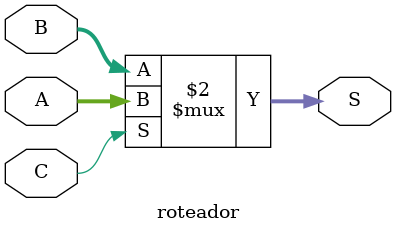
<source format=sv>
parameter NBITS = 4;
module roteador(
  input logic [NBITS -1 : 0] A, B,
  input logic C,
  output logic [NBITS -1 : 0] S
); 	

  always_comb S <= C ? A:B;
    
endmodule

</source>
